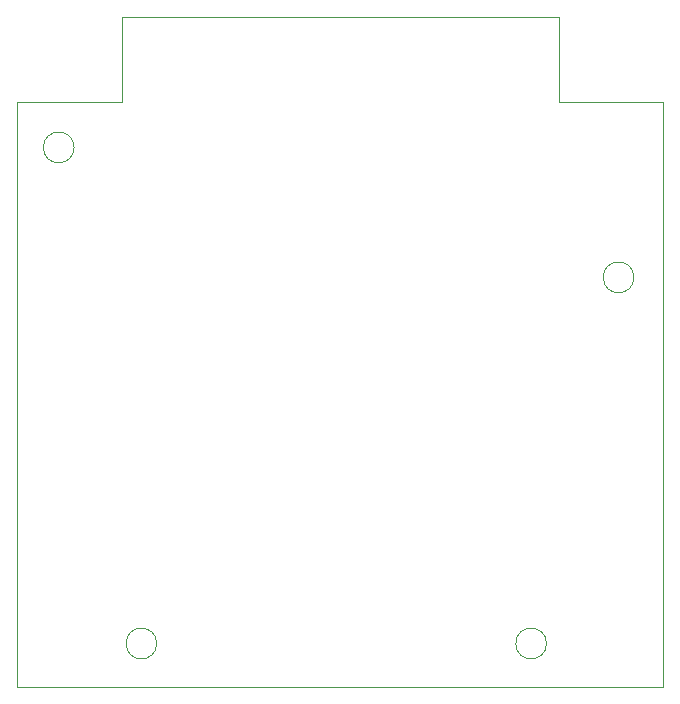
<source format=gbr>
%TF.GenerationSoftware,KiCad,Pcbnew,(6.0.11)*%
%TF.CreationDate,2023-04-24T21:00:32-04:00*%
%TF.ProjectId,GC Nano Top,4743204e-616e-46f2-9054-6f702e6b6963,rev?*%
%TF.SameCoordinates,Original*%
%TF.FileFunction,Profile,NP*%
%FSLAX46Y46*%
G04 Gerber Fmt 4.6, Leading zero omitted, Abs format (unit mm)*
G04 Created by KiCad (PCBNEW (6.0.11)) date 2023-04-24 21:00:32*
%MOMM*%
%LPD*%
G01*
G04 APERTURE LIST*
%TA.AperFunction,Profile*%
%ADD10C,0.100000*%
%TD*%
G04 APERTURE END LIST*
D10*
X179325000Y-42150000D02*
X188200000Y-42150000D01*
X179325000Y-34950000D02*
X179325000Y-42150000D01*
X188200000Y-42150000D02*
X188200000Y-91650000D01*
X145300000Y-88000000D02*
G75*
G03*
X145300000Y-88000000I-1300000J0D01*
G01*
X188200000Y-91650000D02*
X133450000Y-91650000D01*
X178300000Y-88000000D02*
G75*
G03*
X178300000Y-88000000I-1300000J0D01*
G01*
X133450000Y-42150000D02*
X142325000Y-42150000D01*
X138300000Y-46000000D02*
G75*
G03*
X138300000Y-46000000I-1300000J0D01*
G01*
X142325000Y-34950000D02*
X179325000Y-34950000D01*
X142325000Y-42150000D02*
X142325000Y-34950000D01*
X133450000Y-91650000D02*
X133450000Y-42150000D01*
X185700000Y-57000000D02*
G75*
G03*
X185700000Y-57000000I-1300000J0D01*
G01*
M02*

</source>
